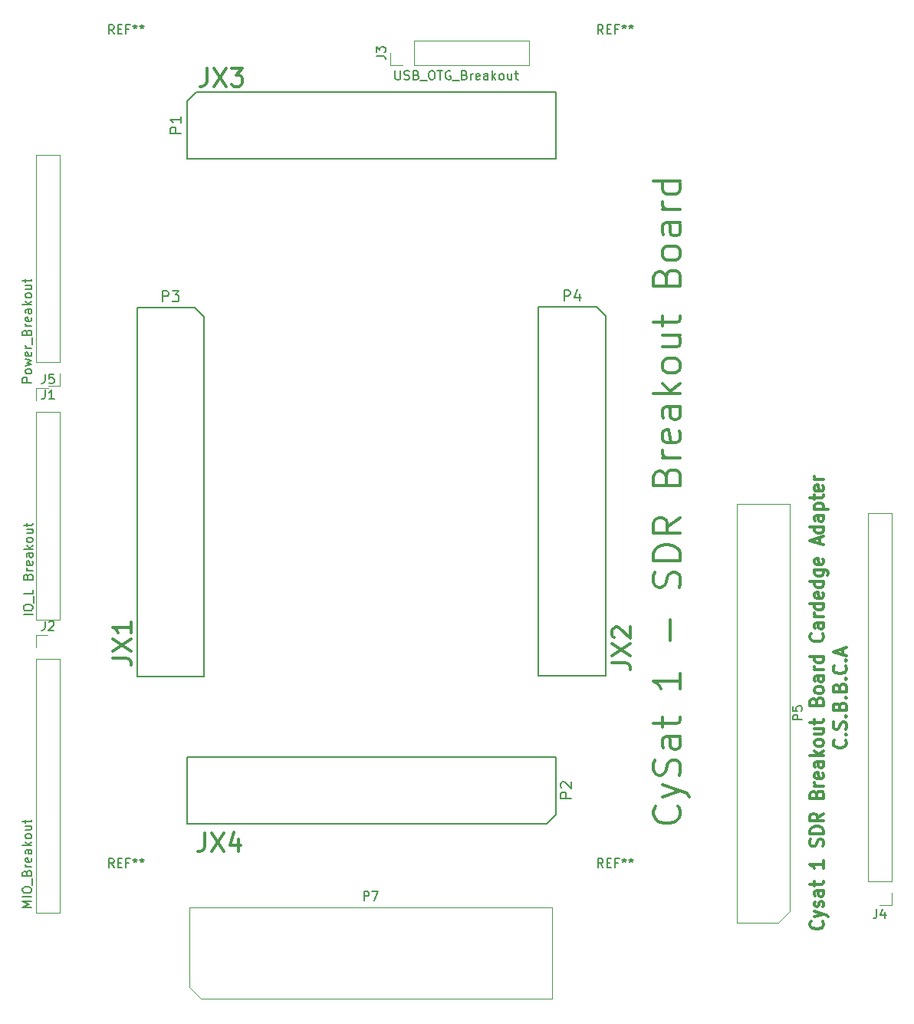
<source format=gbr>
G04 #@! TF.FileFunction,Legend,Top*
%FSLAX46Y46*%
G04 Gerber Fmt 4.6, Leading zero omitted, Abs format (unit mm)*
G04 Created by KiCad (PCBNEW 4.0.7) date Thu Jul 26 17:03:26 2018*
%MOMM*%
%LPD*%
G01*
G04 APERTURE LIST*
%ADD10C,0.100000*%
%ADD11C,0.300000*%
%ADD12C,0.150000*%
%ADD13C,0.120000*%
G04 APERTURE END LIST*
D10*
D11*
X154487429Y-148831858D02*
X154630286Y-148974715D01*
X154773143Y-149403286D01*
X154773143Y-149689000D01*
X154630286Y-150117572D01*
X154344571Y-150403286D01*
X154058857Y-150546143D01*
X153487429Y-150689000D01*
X153058857Y-150689000D01*
X152487429Y-150546143D01*
X152201714Y-150403286D01*
X151916000Y-150117572D01*
X151773143Y-149689000D01*
X151773143Y-149403286D01*
X151916000Y-148974715D01*
X152058857Y-148831858D01*
X152773143Y-147831858D02*
X154773143Y-147117572D01*
X152773143Y-146403286D02*
X154773143Y-147117572D01*
X155487429Y-147403286D01*
X155630286Y-147546143D01*
X155773143Y-147831858D01*
X154630286Y-145403286D02*
X154773143Y-144974715D01*
X154773143Y-144260429D01*
X154630286Y-143974715D01*
X154487429Y-143831858D01*
X154201714Y-143689001D01*
X153916000Y-143689001D01*
X153630286Y-143831858D01*
X153487429Y-143974715D01*
X153344571Y-144260429D01*
X153201714Y-144831858D01*
X153058857Y-145117572D01*
X152916000Y-145260429D01*
X152630286Y-145403286D01*
X152344571Y-145403286D01*
X152058857Y-145260429D01*
X151916000Y-145117572D01*
X151773143Y-144831858D01*
X151773143Y-144117572D01*
X151916000Y-143689001D01*
X154773143Y-141117572D02*
X153201714Y-141117572D01*
X152916000Y-141260429D01*
X152773143Y-141546143D01*
X152773143Y-142117572D01*
X152916000Y-142403286D01*
X154630286Y-141117572D02*
X154773143Y-141403286D01*
X154773143Y-142117572D01*
X154630286Y-142403286D01*
X154344571Y-142546143D01*
X154058857Y-142546143D01*
X153773143Y-142403286D01*
X153630286Y-142117572D01*
X153630286Y-141403286D01*
X153487429Y-141117572D01*
X152773143Y-140117572D02*
X152773143Y-138974715D01*
X151773143Y-139689000D02*
X154344571Y-139689000D01*
X154630286Y-139546143D01*
X154773143Y-139260429D01*
X154773143Y-138974715D01*
X154773143Y-134117572D02*
X154773143Y-135831857D01*
X154773143Y-134974715D02*
X151773143Y-134974715D01*
X152201714Y-135260429D01*
X152487429Y-135546143D01*
X152630286Y-135831857D01*
X153630286Y-130546143D02*
X153630286Y-128260429D01*
X154630286Y-124689000D02*
X154773143Y-124260429D01*
X154773143Y-123546143D01*
X154630286Y-123260429D01*
X154487429Y-123117572D01*
X154201714Y-122974715D01*
X153916000Y-122974715D01*
X153630286Y-123117572D01*
X153487429Y-123260429D01*
X153344571Y-123546143D01*
X153201714Y-124117572D01*
X153058857Y-124403286D01*
X152916000Y-124546143D01*
X152630286Y-124689000D01*
X152344571Y-124689000D01*
X152058857Y-124546143D01*
X151916000Y-124403286D01*
X151773143Y-124117572D01*
X151773143Y-123403286D01*
X151916000Y-122974715D01*
X154773143Y-121689000D02*
X151773143Y-121689000D01*
X151773143Y-120974715D01*
X151916000Y-120546143D01*
X152201714Y-120260429D01*
X152487429Y-120117572D01*
X153058857Y-119974715D01*
X153487429Y-119974715D01*
X154058857Y-120117572D01*
X154344571Y-120260429D01*
X154630286Y-120546143D01*
X154773143Y-120974715D01*
X154773143Y-121689000D01*
X154773143Y-116974715D02*
X153344571Y-117974715D01*
X154773143Y-118689000D02*
X151773143Y-118689000D01*
X151773143Y-117546143D01*
X151916000Y-117260429D01*
X152058857Y-117117572D01*
X152344571Y-116974715D01*
X152773143Y-116974715D01*
X153058857Y-117117572D01*
X153201714Y-117260429D01*
X153344571Y-117546143D01*
X153344571Y-118689000D01*
X153201714Y-112403286D02*
X153344571Y-111974715D01*
X153487429Y-111831858D01*
X153773143Y-111689001D01*
X154201714Y-111689001D01*
X154487429Y-111831858D01*
X154630286Y-111974715D01*
X154773143Y-112260429D01*
X154773143Y-113403286D01*
X151773143Y-113403286D01*
X151773143Y-112403286D01*
X151916000Y-112117572D01*
X152058857Y-111974715D01*
X152344571Y-111831858D01*
X152630286Y-111831858D01*
X152916000Y-111974715D01*
X153058857Y-112117572D01*
X153201714Y-112403286D01*
X153201714Y-113403286D01*
X154773143Y-110403286D02*
X152773143Y-110403286D01*
X153344571Y-110403286D02*
X153058857Y-110260429D01*
X152916000Y-110117572D01*
X152773143Y-109831858D01*
X152773143Y-109546143D01*
X154630286Y-107403286D02*
X154773143Y-107689000D01*
X154773143Y-108260429D01*
X154630286Y-108546143D01*
X154344571Y-108689000D01*
X153201714Y-108689000D01*
X152916000Y-108546143D01*
X152773143Y-108260429D01*
X152773143Y-107689000D01*
X152916000Y-107403286D01*
X153201714Y-107260429D01*
X153487429Y-107260429D01*
X153773143Y-108689000D01*
X154773143Y-104689000D02*
X153201714Y-104689000D01*
X152916000Y-104831857D01*
X152773143Y-105117571D01*
X152773143Y-105689000D01*
X152916000Y-105974714D01*
X154630286Y-104689000D02*
X154773143Y-104974714D01*
X154773143Y-105689000D01*
X154630286Y-105974714D01*
X154344571Y-106117571D01*
X154058857Y-106117571D01*
X153773143Y-105974714D01*
X153630286Y-105689000D01*
X153630286Y-104974714D01*
X153487429Y-104689000D01*
X154773143Y-103260428D02*
X151773143Y-103260428D01*
X153630286Y-102974714D02*
X154773143Y-102117571D01*
X152773143Y-102117571D02*
X153916000Y-103260428D01*
X154773143Y-100403286D02*
X154630286Y-100689000D01*
X154487429Y-100831857D01*
X154201714Y-100974714D01*
X153344571Y-100974714D01*
X153058857Y-100831857D01*
X152916000Y-100689000D01*
X152773143Y-100403286D01*
X152773143Y-99974714D01*
X152916000Y-99689000D01*
X153058857Y-99546143D01*
X153344571Y-99403286D01*
X154201714Y-99403286D01*
X154487429Y-99546143D01*
X154630286Y-99689000D01*
X154773143Y-99974714D01*
X154773143Y-100403286D01*
X152773143Y-96831857D02*
X154773143Y-96831857D01*
X152773143Y-98117571D02*
X154344571Y-98117571D01*
X154630286Y-97974714D01*
X154773143Y-97689000D01*
X154773143Y-97260428D01*
X154630286Y-96974714D01*
X154487429Y-96831857D01*
X152773143Y-95831857D02*
X152773143Y-94689000D01*
X151773143Y-95403285D02*
X154344571Y-95403285D01*
X154630286Y-95260428D01*
X154773143Y-94974714D01*
X154773143Y-94689000D01*
X153201714Y-90403285D02*
X153344571Y-89974714D01*
X153487429Y-89831857D01*
X153773143Y-89689000D01*
X154201714Y-89689000D01*
X154487429Y-89831857D01*
X154630286Y-89974714D01*
X154773143Y-90260428D01*
X154773143Y-91403285D01*
X151773143Y-91403285D01*
X151773143Y-90403285D01*
X151916000Y-90117571D01*
X152058857Y-89974714D01*
X152344571Y-89831857D01*
X152630286Y-89831857D01*
X152916000Y-89974714D01*
X153058857Y-90117571D01*
X153201714Y-90403285D01*
X153201714Y-91403285D01*
X154773143Y-87974714D02*
X154630286Y-88260428D01*
X154487429Y-88403285D01*
X154201714Y-88546142D01*
X153344571Y-88546142D01*
X153058857Y-88403285D01*
X152916000Y-88260428D01*
X152773143Y-87974714D01*
X152773143Y-87546142D01*
X152916000Y-87260428D01*
X153058857Y-87117571D01*
X153344571Y-86974714D01*
X154201714Y-86974714D01*
X154487429Y-87117571D01*
X154630286Y-87260428D01*
X154773143Y-87546142D01*
X154773143Y-87974714D01*
X154773143Y-84403285D02*
X153201714Y-84403285D01*
X152916000Y-84546142D01*
X152773143Y-84831856D01*
X152773143Y-85403285D01*
X152916000Y-85688999D01*
X154630286Y-84403285D02*
X154773143Y-84688999D01*
X154773143Y-85403285D01*
X154630286Y-85688999D01*
X154344571Y-85831856D01*
X154058857Y-85831856D01*
X153773143Y-85688999D01*
X153630286Y-85403285D01*
X153630286Y-84688999D01*
X153487429Y-84403285D01*
X154773143Y-82974713D02*
X152773143Y-82974713D01*
X153344571Y-82974713D02*
X153058857Y-82831856D01*
X152916000Y-82688999D01*
X152773143Y-82403285D01*
X152773143Y-82117570D01*
X154773143Y-79831856D02*
X151773143Y-79831856D01*
X154630286Y-79831856D02*
X154773143Y-80117570D01*
X154773143Y-80688999D01*
X154630286Y-80974713D01*
X154487429Y-81117570D01*
X154201714Y-81260427D01*
X153344571Y-81260427D01*
X153058857Y-81117570D01*
X152916000Y-80974713D01*
X152773143Y-80688999D01*
X152773143Y-80117570D01*
X152916000Y-79831856D01*
X102520952Y-67357762D02*
X102520952Y-68786333D01*
X102425714Y-69072048D01*
X102235238Y-69262524D01*
X101949523Y-69357762D01*
X101759047Y-69357762D01*
X103282857Y-67357762D02*
X104616191Y-69357762D01*
X104616191Y-67357762D02*
X103282857Y-69357762D01*
X105187619Y-67357762D02*
X106425715Y-67357762D01*
X105759048Y-68119667D01*
X106044762Y-68119667D01*
X106235238Y-68214905D01*
X106330476Y-68310143D01*
X106425715Y-68500619D01*
X106425715Y-68976810D01*
X106330476Y-69167286D01*
X106235238Y-69262524D01*
X106044762Y-69357762D01*
X105473334Y-69357762D01*
X105282857Y-69262524D01*
X105187619Y-69167286D01*
X102266952Y-151812762D02*
X102266952Y-153241333D01*
X102171714Y-153527048D01*
X101981238Y-153717524D01*
X101695523Y-153812762D01*
X101505047Y-153812762D01*
X103028857Y-151812762D02*
X104362191Y-153812762D01*
X104362191Y-151812762D02*
X103028857Y-153812762D01*
X105981238Y-152479429D02*
X105981238Y-153812762D01*
X105505048Y-151717524D02*
X105028857Y-153146095D01*
X106266953Y-153146095D01*
X147240762Y-132937048D02*
X148669333Y-132937048D01*
X148955048Y-133032286D01*
X149145524Y-133222762D01*
X149240762Y-133508477D01*
X149240762Y-133698953D01*
X147240762Y-132175143D02*
X149240762Y-130841809D01*
X147240762Y-130841809D02*
X149240762Y-132175143D01*
X147431238Y-130175143D02*
X147336000Y-130079905D01*
X147240762Y-129889428D01*
X147240762Y-129413238D01*
X147336000Y-129222762D01*
X147431238Y-129127524D01*
X147621714Y-129032285D01*
X147812190Y-129032285D01*
X148097905Y-129127524D01*
X149240762Y-130270381D01*
X149240762Y-129032285D01*
X92122762Y-132429048D02*
X93551333Y-132429048D01*
X93837048Y-132524286D01*
X94027524Y-132714762D01*
X94122762Y-133000477D01*
X94122762Y-133190953D01*
X92122762Y-131667143D02*
X94122762Y-130333809D01*
X92122762Y-130333809D02*
X94122762Y-131667143D01*
X94122762Y-128524285D02*
X94122762Y-129667143D01*
X94122762Y-129095714D02*
X92122762Y-129095714D01*
X92408476Y-129286190D01*
X92598952Y-129476666D01*
X92694190Y-129667143D01*
X170456714Y-161506004D02*
X170528143Y-161572670D01*
X170599571Y-161772670D01*
X170599571Y-161906004D01*
X170528143Y-162106004D01*
X170385286Y-162239337D01*
X170242429Y-162306004D01*
X169956714Y-162372670D01*
X169742429Y-162372670D01*
X169456714Y-162306004D01*
X169313857Y-162239337D01*
X169171000Y-162106004D01*
X169099571Y-161906004D01*
X169099571Y-161772670D01*
X169171000Y-161572670D01*
X169242429Y-161506004D01*
X169599571Y-161039337D02*
X170599571Y-160706004D01*
X169599571Y-160372670D02*
X170599571Y-160706004D01*
X170956714Y-160839337D01*
X171028143Y-160906004D01*
X171099571Y-161039337D01*
X170528143Y-159906003D02*
X170599571Y-159772670D01*
X170599571Y-159506003D01*
X170528143Y-159372670D01*
X170385286Y-159306003D01*
X170313857Y-159306003D01*
X170171000Y-159372670D01*
X170099571Y-159506003D01*
X170099571Y-159706003D01*
X170028143Y-159839337D01*
X169885286Y-159906003D01*
X169813857Y-159906003D01*
X169671000Y-159839337D01*
X169599571Y-159706003D01*
X169599571Y-159506003D01*
X169671000Y-159372670D01*
X170599571Y-158106004D02*
X169813857Y-158106004D01*
X169671000Y-158172670D01*
X169599571Y-158306004D01*
X169599571Y-158572670D01*
X169671000Y-158706004D01*
X170528143Y-158106004D02*
X170599571Y-158239337D01*
X170599571Y-158572670D01*
X170528143Y-158706004D01*
X170385286Y-158772670D01*
X170242429Y-158772670D01*
X170099571Y-158706004D01*
X170028143Y-158572670D01*
X170028143Y-158239337D01*
X169956714Y-158106004D01*
X169599571Y-157639337D02*
X169599571Y-157106003D01*
X169099571Y-157439337D02*
X170385286Y-157439337D01*
X170528143Y-157372670D01*
X170599571Y-157239337D01*
X170599571Y-157106003D01*
X170599571Y-154839336D02*
X170599571Y-155639336D01*
X170599571Y-155239336D02*
X169099571Y-155239336D01*
X169313857Y-155372670D01*
X169456714Y-155506003D01*
X169528143Y-155639336D01*
X170528143Y-153239336D02*
X170599571Y-153039336D01*
X170599571Y-152706003D01*
X170528143Y-152572670D01*
X170456714Y-152506003D01*
X170313857Y-152439336D01*
X170171000Y-152439336D01*
X170028143Y-152506003D01*
X169956714Y-152572670D01*
X169885286Y-152706003D01*
X169813857Y-152972670D01*
X169742429Y-153106003D01*
X169671000Y-153172670D01*
X169528143Y-153239336D01*
X169385286Y-153239336D01*
X169242429Y-153172670D01*
X169171000Y-153106003D01*
X169099571Y-152972670D01*
X169099571Y-152639336D01*
X169171000Y-152439336D01*
X170599571Y-151839337D02*
X169099571Y-151839337D01*
X169099571Y-151506003D01*
X169171000Y-151306003D01*
X169313857Y-151172670D01*
X169456714Y-151106003D01*
X169742429Y-151039337D01*
X169956714Y-151039337D01*
X170242429Y-151106003D01*
X170385286Y-151172670D01*
X170528143Y-151306003D01*
X170599571Y-151506003D01*
X170599571Y-151839337D01*
X170599571Y-149639337D02*
X169885286Y-150106003D01*
X170599571Y-150439337D02*
X169099571Y-150439337D01*
X169099571Y-149906003D01*
X169171000Y-149772670D01*
X169242429Y-149706003D01*
X169385286Y-149639337D01*
X169599571Y-149639337D01*
X169742429Y-149706003D01*
X169813857Y-149772670D01*
X169885286Y-149906003D01*
X169885286Y-150439337D01*
X169813857Y-147506003D02*
X169885286Y-147306003D01*
X169956714Y-147239336D01*
X170099571Y-147172670D01*
X170313857Y-147172670D01*
X170456714Y-147239336D01*
X170528143Y-147306003D01*
X170599571Y-147439336D01*
X170599571Y-147972670D01*
X169099571Y-147972670D01*
X169099571Y-147506003D01*
X169171000Y-147372670D01*
X169242429Y-147306003D01*
X169385286Y-147239336D01*
X169528143Y-147239336D01*
X169671000Y-147306003D01*
X169742429Y-147372670D01*
X169813857Y-147506003D01*
X169813857Y-147972670D01*
X170599571Y-146572670D02*
X169599571Y-146572670D01*
X169885286Y-146572670D02*
X169742429Y-146506003D01*
X169671000Y-146439336D01*
X169599571Y-146306003D01*
X169599571Y-146172670D01*
X170528143Y-145172669D02*
X170599571Y-145306003D01*
X170599571Y-145572669D01*
X170528143Y-145706003D01*
X170385286Y-145772669D01*
X169813857Y-145772669D01*
X169671000Y-145706003D01*
X169599571Y-145572669D01*
X169599571Y-145306003D01*
X169671000Y-145172669D01*
X169813857Y-145106003D01*
X169956714Y-145106003D01*
X170099571Y-145772669D01*
X170599571Y-143906003D02*
X169813857Y-143906003D01*
X169671000Y-143972669D01*
X169599571Y-144106003D01*
X169599571Y-144372669D01*
X169671000Y-144506003D01*
X170528143Y-143906003D02*
X170599571Y-144039336D01*
X170599571Y-144372669D01*
X170528143Y-144506003D01*
X170385286Y-144572669D01*
X170242429Y-144572669D01*
X170099571Y-144506003D01*
X170028143Y-144372669D01*
X170028143Y-144039336D01*
X169956714Y-143906003D01*
X170599571Y-143239336D02*
X169099571Y-143239336D01*
X170028143Y-143106002D02*
X170599571Y-142706002D01*
X169599571Y-142706002D02*
X170171000Y-143239336D01*
X170599571Y-141906003D02*
X170528143Y-142039336D01*
X170456714Y-142106003D01*
X170313857Y-142172669D01*
X169885286Y-142172669D01*
X169742429Y-142106003D01*
X169671000Y-142039336D01*
X169599571Y-141906003D01*
X169599571Y-141706003D01*
X169671000Y-141572669D01*
X169742429Y-141506003D01*
X169885286Y-141439336D01*
X170313857Y-141439336D01*
X170456714Y-141506003D01*
X170528143Y-141572669D01*
X170599571Y-141706003D01*
X170599571Y-141906003D01*
X169599571Y-140239336D02*
X170599571Y-140239336D01*
X169599571Y-140839336D02*
X170385286Y-140839336D01*
X170528143Y-140772669D01*
X170599571Y-140639336D01*
X170599571Y-140439336D01*
X170528143Y-140306002D01*
X170456714Y-140239336D01*
X169599571Y-139772669D02*
X169599571Y-139239335D01*
X169099571Y-139572669D02*
X170385286Y-139572669D01*
X170528143Y-139506002D01*
X170599571Y-139372669D01*
X170599571Y-139239335D01*
X169813857Y-137239335D02*
X169885286Y-137039335D01*
X169956714Y-136972668D01*
X170099571Y-136906002D01*
X170313857Y-136906002D01*
X170456714Y-136972668D01*
X170528143Y-137039335D01*
X170599571Y-137172668D01*
X170599571Y-137706002D01*
X169099571Y-137706002D01*
X169099571Y-137239335D01*
X169171000Y-137106002D01*
X169242429Y-137039335D01*
X169385286Y-136972668D01*
X169528143Y-136972668D01*
X169671000Y-137039335D01*
X169742429Y-137106002D01*
X169813857Y-137239335D01*
X169813857Y-137706002D01*
X170599571Y-136106002D02*
X170528143Y-136239335D01*
X170456714Y-136306002D01*
X170313857Y-136372668D01*
X169885286Y-136372668D01*
X169742429Y-136306002D01*
X169671000Y-136239335D01*
X169599571Y-136106002D01*
X169599571Y-135906002D01*
X169671000Y-135772668D01*
X169742429Y-135706002D01*
X169885286Y-135639335D01*
X170313857Y-135639335D01*
X170456714Y-135706002D01*
X170528143Y-135772668D01*
X170599571Y-135906002D01*
X170599571Y-136106002D01*
X170599571Y-134439335D02*
X169813857Y-134439335D01*
X169671000Y-134506001D01*
X169599571Y-134639335D01*
X169599571Y-134906001D01*
X169671000Y-135039335D01*
X170528143Y-134439335D02*
X170599571Y-134572668D01*
X170599571Y-134906001D01*
X170528143Y-135039335D01*
X170385286Y-135106001D01*
X170242429Y-135106001D01*
X170099571Y-135039335D01*
X170028143Y-134906001D01*
X170028143Y-134572668D01*
X169956714Y-134439335D01*
X170599571Y-133772668D02*
X169599571Y-133772668D01*
X169885286Y-133772668D02*
X169742429Y-133706001D01*
X169671000Y-133639334D01*
X169599571Y-133506001D01*
X169599571Y-133372668D01*
X170599571Y-132306001D02*
X169099571Y-132306001D01*
X170528143Y-132306001D02*
X170599571Y-132439334D01*
X170599571Y-132706001D01*
X170528143Y-132839334D01*
X170456714Y-132906001D01*
X170313857Y-132972667D01*
X169885286Y-132972667D01*
X169742429Y-132906001D01*
X169671000Y-132839334D01*
X169599571Y-132706001D01*
X169599571Y-132439334D01*
X169671000Y-132306001D01*
X170456714Y-129772667D02*
X170528143Y-129839333D01*
X170599571Y-130039333D01*
X170599571Y-130172667D01*
X170528143Y-130372667D01*
X170385286Y-130506000D01*
X170242429Y-130572667D01*
X169956714Y-130639333D01*
X169742429Y-130639333D01*
X169456714Y-130572667D01*
X169313857Y-130506000D01*
X169171000Y-130372667D01*
X169099571Y-130172667D01*
X169099571Y-130039333D01*
X169171000Y-129839333D01*
X169242429Y-129772667D01*
X170599571Y-128572667D02*
X169813857Y-128572667D01*
X169671000Y-128639333D01*
X169599571Y-128772667D01*
X169599571Y-129039333D01*
X169671000Y-129172667D01*
X170528143Y-128572667D02*
X170599571Y-128706000D01*
X170599571Y-129039333D01*
X170528143Y-129172667D01*
X170385286Y-129239333D01*
X170242429Y-129239333D01*
X170099571Y-129172667D01*
X170028143Y-129039333D01*
X170028143Y-128706000D01*
X169956714Y-128572667D01*
X170599571Y-127906000D02*
X169599571Y-127906000D01*
X169885286Y-127906000D02*
X169742429Y-127839333D01*
X169671000Y-127772666D01*
X169599571Y-127639333D01*
X169599571Y-127506000D01*
X170599571Y-126439333D02*
X169099571Y-126439333D01*
X170528143Y-126439333D02*
X170599571Y-126572666D01*
X170599571Y-126839333D01*
X170528143Y-126972666D01*
X170456714Y-127039333D01*
X170313857Y-127105999D01*
X169885286Y-127105999D01*
X169742429Y-127039333D01*
X169671000Y-126972666D01*
X169599571Y-126839333D01*
X169599571Y-126572666D01*
X169671000Y-126439333D01*
X170528143Y-125239332D02*
X170599571Y-125372666D01*
X170599571Y-125639332D01*
X170528143Y-125772666D01*
X170385286Y-125839332D01*
X169813857Y-125839332D01*
X169671000Y-125772666D01*
X169599571Y-125639332D01*
X169599571Y-125372666D01*
X169671000Y-125239332D01*
X169813857Y-125172666D01*
X169956714Y-125172666D01*
X170099571Y-125839332D01*
X170599571Y-123972666D02*
X169099571Y-123972666D01*
X170528143Y-123972666D02*
X170599571Y-124105999D01*
X170599571Y-124372666D01*
X170528143Y-124505999D01*
X170456714Y-124572666D01*
X170313857Y-124639332D01*
X169885286Y-124639332D01*
X169742429Y-124572666D01*
X169671000Y-124505999D01*
X169599571Y-124372666D01*
X169599571Y-124105999D01*
X169671000Y-123972666D01*
X169599571Y-122705999D02*
X170813857Y-122705999D01*
X170956714Y-122772665D01*
X171028143Y-122839332D01*
X171099571Y-122972665D01*
X171099571Y-123172665D01*
X171028143Y-123305999D01*
X170528143Y-122705999D02*
X170599571Y-122839332D01*
X170599571Y-123105999D01*
X170528143Y-123239332D01*
X170456714Y-123305999D01*
X170313857Y-123372665D01*
X169885286Y-123372665D01*
X169742429Y-123305999D01*
X169671000Y-123239332D01*
X169599571Y-123105999D01*
X169599571Y-122839332D01*
X169671000Y-122705999D01*
X170528143Y-121505998D02*
X170599571Y-121639332D01*
X170599571Y-121905998D01*
X170528143Y-122039332D01*
X170385286Y-122105998D01*
X169813857Y-122105998D01*
X169671000Y-122039332D01*
X169599571Y-121905998D01*
X169599571Y-121639332D01*
X169671000Y-121505998D01*
X169813857Y-121439332D01*
X169956714Y-121439332D01*
X170099571Y-122105998D01*
X170171000Y-119839331D02*
X170171000Y-119172665D01*
X170599571Y-119972665D02*
X169099571Y-119505998D01*
X170599571Y-119039331D01*
X170599571Y-117972665D02*
X169099571Y-117972665D01*
X170528143Y-117972665D02*
X170599571Y-118105998D01*
X170599571Y-118372665D01*
X170528143Y-118505998D01*
X170456714Y-118572665D01*
X170313857Y-118639331D01*
X169885286Y-118639331D01*
X169742429Y-118572665D01*
X169671000Y-118505998D01*
X169599571Y-118372665D01*
X169599571Y-118105998D01*
X169671000Y-117972665D01*
X170599571Y-116705998D02*
X169813857Y-116705998D01*
X169671000Y-116772664D01*
X169599571Y-116905998D01*
X169599571Y-117172664D01*
X169671000Y-117305998D01*
X170528143Y-116705998D02*
X170599571Y-116839331D01*
X170599571Y-117172664D01*
X170528143Y-117305998D01*
X170385286Y-117372664D01*
X170242429Y-117372664D01*
X170099571Y-117305998D01*
X170028143Y-117172664D01*
X170028143Y-116839331D01*
X169956714Y-116705998D01*
X169599571Y-116039331D02*
X171099571Y-116039331D01*
X169671000Y-116039331D02*
X169599571Y-115905997D01*
X169599571Y-115639331D01*
X169671000Y-115505997D01*
X169742429Y-115439331D01*
X169885286Y-115372664D01*
X170313857Y-115372664D01*
X170456714Y-115439331D01*
X170528143Y-115505997D01*
X170599571Y-115639331D01*
X170599571Y-115905997D01*
X170528143Y-116039331D01*
X169599571Y-114972664D02*
X169599571Y-114439330D01*
X169099571Y-114772664D02*
X170385286Y-114772664D01*
X170528143Y-114705997D01*
X170599571Y-114572664D01*
X170599571Y-114439330D01*
X170528143Y-113439330D02*
X170599571Y-113572664D01*
X170599571Y-113839330D01*
X170528143Y-113972664D01*
X170385286Y-114039330D01*
X169813857Y-114039330D01*
X169671000Y-113972664D01*
X169599571Y-113839330D01*
X169599571Y-113572664D01*
X169671000Y-113439330D01*
X169813857Y-113372664D01*
X169956714Y-113372664D01*
X170099571Y-114039330D01*
X170599571Y-112772664D02*
X169599571Y-112772664D01*
X169885286Y-112772664D02*
X169742429Y-112705997D01*
X169671000Y-112639330D01*
X169599571Y-112505997D01*
X169599571Y-112372664D01*
X173006714Y-141506001D02*
X173078143Y-141572667D01*
X173149571Y-141772667D01*
X173149571Y-141906001D01*
X173078143Y-142106001D01*
X172935286Y-142239334D01*
X172792429Y-142306001D01*
X172506714Y-142372667D01*
X172292429Y-142372667D01*
X172006714Y-142306001D01*
X171863857Y-142239334D01*
X171721000Y-142106001D01*
X171649571Y-141906001D01*
X171649571Y-141772667D01*
X171721000Y-141572667D01*
X171792429Y-141506001D01*
X173006714Y-140906001D02*
X173078143Y-140839334D01*
X173149571Y-140906001D01*
X173078143Y-140972667D01*
X173006714Y-140906001D01*
X173149571Y-140906001D01*
X173078143Y-140306000D02*
X173149571Y-140106000D01*
X173149571Y-139772667D01*
X173078143Y-139639334D01*
X173006714Y-139572667D01*
X172863857Y-139506000D01*
X172721000Y-139506000D01*
X172578143Y-139572667D01*
X172506714Y-139639334D01*
X172435286Y-139772667D01*
X172363857Y-140039334D01*
X172292429Y-140172667D01*
X172221000Y-140239334D01*
X172078143Y-140306000D01*
X171935286Y-140306000D01*
X171792429Y-140239334D01*
X171721000Y-140172667D01*
X171649571Y-140039334D01*
X171649571Y-139706000D01*
X171721000Y-139506000D01*
X173006714Y-138906001D02*
X173078143Y-138839334D01*
X173149571Y-138906001D01*
X173078143Y-138972667D01*
X173006714Y-138906001D01*
X173149571Y-138906001D01*
X172363857Y-137772667D02*
X172435286Y-137572667D01*
X172506714Y-137506000D01*
X172649571Y-137439334D01*
X172863857Y-137439334D01*
X173006714Y-137506000D01*
X173078143Y-137572667D01*
X173149571Y-137706000D01*
X173149571Y-138239334D01*
X171649571Y-138239334D01*
X171649571Y-137772667D01*
X171721000Y-137639334D01*
X171792429Y-137572667D01*
X171935286Y-137506000D01*
X172078143Y-137506000D01*
X172221000Y-137572667D01*
X172292429Y-137639334D01*
X172363857Y-137772667D01*
X172363857Y-138239334D01*
X173006714Y-136839334D02*
X173078143Y-136772667D01*
X173149571Y-136839334D01*
X173078143Y-136906000D01*
X173006714Y-136839334D01*
X173149571Y-136839334D01*
X172363857Y-135706000D02*
X172435286Y-135506000D01*
X172506714Y-135439333D01*
X172649571Y-135372667D01*
X172863857Y-135372667D01*
X173006714Y-135439333D01*
X173078143Y-135506000D01*
X173149571Y-135639333D01*
X173149571Y-136172667D01*
X171649571Y-136172667D01*
X171649571Y-135706000D01*
X171721000Y-135572667D01*
X171792429Y-135506000D01*
X171935286Y-135439333D01*
X172078143Y-135439333D01*
X172221000Y-135506000D01*
X172292429Y-135572667D01*
X172363857Y-135706000D01*
X172363857Y-136172667D01*
X173006714Y-134772667D02*
X173078143Y-134706000D01*
X173149571Y-134772667D01*
X173078143Y-134839333D01*
X173006714Y-134772667D01*
X173149571Y-134772667D01*
X173006714Y-133306000D02*
X173078143Y-133372666D01*
X173149571Y-133572666D01*
X173149571Y-133706000D01*
X173078143Y-133906000D01*
X172935286Y-134039333D01*
X172792429Y-134106000D01*
X172506714Y-134172666D01*
X172292429Y-134172666D01*
X172006714Y-134106000D01*
X171863857Y-134039333D01*
X171721000Y-133906000D01*
X171649571Y-133706000D01*
X171649571Y-133572666D01*
X171721000Y-133372666D01*
X171792429Y-133306000D01*
X173006714Y-132706000D02*
X173078143Y-132639333D01*
X173149571Y-132706000D01*
X173078143Y-132772666D01*
X173006714Y-132706000D01*
X173149571Y-132706000D01*
X172721000Y-132105999D02*
X172721000Y-131439333D01*
X173149571Y-132239333D02*
X171649571Y-131772666D01*
X173149571Y-131305999D01*
D12*
X146524200Y-94696000D02*
X145524200Y-93696000D01*
X145524200Y-93696000D02*
X139124200Y-93696000D01*
X139124200Y-93696000D02*
X139124200Y-134396000D01*
X139124200Y-134396000D02*
X146524200Y-134396000D01*
X146524200Y-134396000D02*
X146524200Y-94696000D01*
X102175800Y-94772200D02*
X101175800Y-93772200D01*
X101175800Y-93772200D02*
X94775800Y-93772200D01*
X94775800Y-93772200D02*
X94775800Y-134472200D01*
X94775800Y-134472200D02*
X102175800Y-134472200D01*
X102175800Y-134472200D02*
X102175800Y-94772200D01*
X140000000Y-150766000D02*
X141000000Y-149766000D01*
X141000000Y-149766000D02*
X141000000Y-143366000D01*
X141000000Y-143366000D02*
X100300000Y-143366000D01*
X100300000Y-143366000D02*
X100300000Y-150766000D01*
X100300000Y-150766000D02*
X140000000Y-150766000D01*
X101300000Y-69960000D02*
X100300000Y-70960000D01*
X100300000Y-70960000D02*
X100300000Y-77360000D01*
X100300000Y-77360000D02*
X141000000Y-77360000D01*
X141000000Y-77360000D02*
X141000000Y-69960000D01*
X141000000Y-69960000D02*
X101300000Y-69960000D01*
D13*
X101803800Y-170100000D02*
X140613800Y-170100000D01*
X100533800Y-159990000D02*
X140613800Y-159990000D01*
X100533800Y-168830000D02*
X100533800Y-159990000D01*
X140613800Y-170100000D02*
X140613800Y-159990000D01*
X101803800Y-170100000D02*
X100533800Y-168830000D01*
X83607600Y-160537200D02*
X86267600Y-160537200D01*
X83607600Y-132537200D02*
X83607600Y-160537200D01*
X86267600Y-132537200D02*
X86267600Y-160537200D01*
X83607600Y-132537200D02*
X86267600Y-132537200D01*
X83607600Y-131267200D02*
X83607600Y-129937200D01*
X83607600Y-129937200D02*
X84937600Y-129937200D01*
X138109000Y-66989000D02*
X138109000Y-64329000D01*
X125349000Y-66989000D02*
X138109000Y-66989000D01*
X125349000Y-64329000D02*
X138109000Y-64329000D01*
X125349000Y-66989000D02*
X125349000Y-64329000D01*
X124079000Y-66989000D02*
X122749000Y-66989000D01*
X122749000Y-66989000D02*
X122749000Y-65659000D01*
X86293000Y-76902000D02*
X83633000Y-76902000D01*
X86293000Y-99822000D02*
X86293000Y-76902000D01*
X83633000Y-99822000D02*
X83633000Y-76902000D01*
X86293000Y-99822000D02*
X83633000Y-99822000D01*
X86293000Y-101092000D02*
X86293000Y-102422000D01*
X86293000Y-102422000D02*
X84963000Y-102422000D01*
X166851600Y-160381600D02*
X166851600Y-115411600D01*
X161011600Y-161651600D02*
X161011600Y-115411600D01*
X165581600Y-161651600D02*
X161011600Y-161651600D01*
X166851600Y-115411600D02*
X161011600Y-115411600D01*
X166851600Y-160381600D02*
X165581600Y-161651600D01*
X178114000Y-116424400D02*
X175454000Y-116424400D01*
X178114000Y-157124400D02*
X178114000Y-116424400D01*
X175454000Y-157124400D02*
X175454000Y-116424400D01*
X178114000Y-157124400D02*
X175454000Y-157124400D01*
X178114000Y-158394400D02*
X178114000Y-159724400D01*
X178114000Y-159724400D02*
X176784000Y-159724400D01*
X83633000Y-128203000D02*
X86293000Y-128203000D01*
X83633000Y-105283000D02*
X83633000Y-128203000D01*
X86293000Y-105283000D02*
X86293000Y-128203000D01*
X83633000Y-105283000D02*
X86293000Y-105283000D01*
X83633000Y-104013000D02*
X83633000Y-102683000D01*
X83633000Y-102683000D02*
X84963000Y-102683000D01*
D12*
X141938486Y-93038857D02*
X141938486Y-91838857D01*
X142395629Y-91838857D01*
X142509915Y-91896000D01*
X142567058Y-91953143D01*
X142624201Y-92067429D01*
X142624201Y-92238857D01*
X142567058Y-92353143D01*
X142509915Y-92410286D01*
X142395629Y-92467429D01*
X141938486Y-92467429D01*
X143652772Y-92238857D02*
X143652772Y-93038857D01*
X143367058Y-91781714D02*
X143081343Y-92638857D01*
X143824201Y-92638857D01*
X97590086Y-93115057D02*
X97590086Y-91915057D01*
X98047229Y-91915057D01*
X98161515Y-91972200D01*
X98218658Y-92029343D01*
X98275801Y-92143629D01*
X98275801Y-92315057D01*
X98218658Y-92429343D01*
X98161515Y-92486486D01*
X98047229Y-92543629D01*
X97590086Y-92543629D01*
X98675801Y-91915057D02*
X99418658Y-91915057D01*
X99018658Y-92372200D01*
X99190086Y-92372200D01*
X99304372Y-92429343D01*
X99361515Y-92486486D01*
X99418658Y-92600771D01*
X99418658Y-92886486D01*
X99361515Y-93000771D01*
X99304372Y-93057914D01*
X99190086Y-93115057D01*
X98847229Y-93115057D01*
X98732943Y-93057914D01*
X98675801Y-93000771D01*
X142742857Y-147951714D02*
X141542857Y-147951714D01*
X141542857Y-147494571D01*
X141600000Y-147380285D01*
X141657143Y-147323142D01*
X141771429Y-147265999D01*
X141942857Y-147265999D01*
X142057143Y-147323142D01*
X142114286Y-147380285D01*
X142171429Y-147494571D01*
X142171429Y-147951714D01*
X141657143Y-146808857D02*
X141600000Y-146751714D01*
X141542857Y-146637428D01*
X141542857Y-146351714D01*
X141600000Y-146237428D01*
X141657143Y-146180285D01*
X141771429Y-146123142D01*
X141885714Y-146123142D01*
X142057143Y-146180285D01*
X142742857Y-146865999D01*
X142742857Y-146123142D01*
X99642857Y-74545714D02*
X98442857Y-74545714D01*
X98442857Y-74088571D01*
X98500000Y-73974285D01*
X98557143Y-73917142D01*
X98671429Y-73859999D01*
X98842857Y-73859999D01*
X98957143Y-73917142D01*
X99014286Y-73974285D01*
X99071429Y-74088571D01*
X99071429Y-74545714D01*
X99642857Y-72717142D02*
X99642857Y-73402857D01*
X99642857Y-73059999D02*
X98442857Y-73059999D01*
X98614286Y-73174285D01*
X98728571Y-73288571D01*
X98785714Y-73402857D01*
X119835705Y-159202381D02*
X119835705Y-158202381D01*
X120216658Y-158202381D01*
X120311896Y-158250000D01*
X120359515Y-158297619D01*
X120407134Y-158392857D01*
X120407134Y-158535714D01*
X120359515Y-158630952D01*
X120311896Y-158678571D01*
X120216658Y-158726190D01*
X119835705Y-158726190D01*
X120740467Y-158202381D02*
X121407134Y-158202381D01*
X120978562Y-159202381D01*
X92240267Y-63562381D02*
X91906933Y-63086190D01*
X91668838Y-63562381D02*
X91668838Y-62562381D01*
X92049791Y-62562381D01*
X92145029Y-62610000D01*
X92192648Y-62657619D01*
X92240267Y-62752857D01*
X92240267Y-62895714D01*
X92192648Y-62990952D01*
X92145029Y-63038571D01*
X92049791Y-63086190D01*
X91668838Y-63086190D01*
X92668838Y-63038571D02*
X93002172Y-63038571D01*
X93145029Y-63562381D02*
X92668838Y-63562381D01*
X92668838Y-62562381D01*
X93145029Y-62562381D01*
X93906934Y-63038571D02*
X93573600Y-63038571D01*
X93573600Y-63562381D02*
X93573600Y-62562381D01*
X94049791Y-62562381D01*
X94573600Y-62562381D02*
X94573600Y-62800476D01*
X94335505Y-62705238D02*
X94573600Y-62800476D01*
X94811696Y-62705238D01*
X94430743Y-62990952D02*
X94573600Y-62800476D01*
X94716458Y-62990952D01*
X95335505Y-62562381D02*
X95335505Y-62800476D01*
X95097410Y-62705238D02*
X95335505Y-62800476D01*
X95573601Y-62705238D01*
X95192648Y-62990952D02*
X95335505Y-62800476D01*
X95478363Y-62990952D01*
X146240667Y-63562381D02*
X145907333Y-63086190D01*
X145669238Y-63562381D02*
X145669238Y-62562381D01*
X146050191Y-62562381D01*
X146145429Y-62610000D01*
X146193048Y-62657619D01*
X146240667Y-62752857D01*
X146240667Y-62895714D01*
X146193048Y-62990952D01*
X146145429Y-63038571D01*
X146050191Y-63086190D01*
X145669238Y-63086190D01*
X146669238Y-63038571D02*
X147002572Y-63038571D01*
X147145429Y-63562381D02*
X146669238Y-63562381D01*
X146669238Y-62562381D01*
X147145429Y-62562381D01*
X147907334Y-63038571D02*
X147574000Y-63038571D01*
X147574000Y-63562381D02*
X147574000Y-62562381D01*
X148050191Y-62562381D01*
X148574000Y-62562381D02*
X148574000Y-62800476D01*
X148335905Y-62705238D02*
X148574000Y-62800476D01*
X148812096Y-62705238D01*
X148431143Y-62990952D02*
X148574000Y-62800476D01*
X148716858Y-62990952D01*
X149335905Y-62562381D02*
X149335905Y-62800476D01*
X149097810Y-62705238D02*
X149335905Y-62800476D01*
X149574001Y-62705238D01*
X149193048Y-62990952D02*
X149335905Y-62800476D01*
X149478763Y-62990952D01*
X92240267Y-155586781D02*
X91906933Y-155110590D01*
X91668838Y-155586781D02*
X91668838Y-154586781D01*
X92049791Y-154586781D01*
X92145029Y-154634400D01*
X92192648Y-154682019D01*
X92240267Y-154777257D01*
X92240267Y-154920114D01*
X92192648Y-155015352D01*
X92145029Y-155062971D01*
X92049791Y-155110590D01*
X91668838Y-155110590D01*
X92668838Y-155062971D02*
X93002172Y-155062971D01*
X93145029Y-155586781D02*
X92668838Y-155586781D01*
X92668838Y-154586781D01*
X93145029Y-154586781D01*
X93906934Y-155062971D02*
X93573600Y-155062971D01*
X93573600Y-155586781D02*
X93573600Y-154586781D01*
X94049791Y-154586781D01*
X94573600Y-154586781D02*
X94573600Y-154824876D01*
X94335505Y-154729638D02*
X94573600Y-154824876D01*
X94811696Y-154729638D01*
X94430743Y-155015352D02*
X94573600Y-154824876D01*
X94716458Y-155015352D01*
X95335505Y-154586781D02*
X95335505Y-154824876D01*
X95097410Y-154729638D02*
X95335505Y-154824876D01*
X95573601Y-154729638D01*
X95192648Y-155015352D02*
X95335505Y-154824876D01*
X95478363Y-155015352D01*
X146240667Y-155586781D02*
X145907333Y-155110590D01*
X145669238Y-155586781D02*
X145669238Y-154586781D01*
X146050191Y-154586781D01*
X146145429Y-154634400D01*
X146193048Y-154682019D01*
X146240667Y-154777257D01*
X146240667Y-154920114D01*
X146193048Y-155015352D01*
X146145429Y-155062971D01*
X146050191Y-155110590D01*
X145669238Y-155110590D01*
X146669238Y-155062971D02*
X147002572Y-155062971D01*
X147145429Y-155586781D02*
X146669238Y-155586781D01*
X146669238Y-154586781D01*
X147145429Y-154586781D01*
X147907334Y-155062971D02*
X147574000Y-155062971D01*
X147574000Y-155586781D02*
X147574000Y-154586781D01*
X148050191Y-154586781D01*
X148574000Y-154586781D02*
X148574000Y-154824876D01*
X148335905Y-154729638D02*
X148574000Y-154824876D01*
X148812096Y-154729638D01*
X148431143Y-155015352D02*
X148574000Y-154824876D01*
X148716858Y-155015352D01*
X149335905Y-154586781D02*
X149335905Y-154824876D01*
X149097810Y-154729638D02*
X149335905Y-154824876D01*
X149574001Y-154729638D01*
X149193048Y-155015352D02*
X149335905Y-154824876D01*
X149478763Y-155015352D01*
X84604267Y-128389581D02*
X84604267Y-129103867D01*
X84556647Y-129246724D01*
X84461409Y-129341962D01*
X84318552Y-129389581D01*
X84223314Y-129389581D01*
X85032838Y-128484819D02*
X85080457Y-128437200D01*
X85175695Y-128389581D01*
X85413791Y-128389581D01*
X85509029Y-128437200D01*
X85556648Y-128484819D01*
X85604267Y-128580057D01*
X85604267Y-128675295D01*
X85556648Y-128818152D01*
X84985219Y-129389581D01*
X85604267Y-129389581D01*
X83129381Y-159955905D02*
X82129381Y-159955905D01*
X82843667Y-159622571D01*
X82129381Y-159289238D01*
X83129381Y-159289238D01*
X83129381Y-158813048D02*
X82129381Y-158813048D01*
X82129381Y-158146382D02*
X82129381Y-157955905D01*
X82177000Y-157860667D01*
X82272238Y-157765429D01*
X82462714Y-157717810D01*
X82796048Y-157717810D01*
X82986524Y-157765429D01*
X83081762Y-157860667D01*
X83129381Y-157955905D01*
X83129381Y-158146382D01*
X83081762Y-158241620D01*
X82986524Y-158336858D01*
X82796048Y-158384477D01*
X82462714Y-158384477D01*
X82272238Y-158336858D01*
X82177000Y-158241620D01*
X82129381Y-158146382D01*
X83224619Y-157527334D02*
X83224619Y-156765429D01*
X82605571Y-156194000D02*
X82653190Y-156051143D01*
X82700810Y-156003524D01*
X82796048Y-155955905D01*
X82938905Y-155955905D01*
X83034143Y-156003524D01*
X83081762Y-156051143D01*
X83129381Y-156146381D01*
X83129381Y-156527334D01*
X82129381Y-156527334D01*
X82129381Y-156194000D01*
X82177000Y-156098762D01*
X82224619Y-156051143D01*
X82319857Y-156003524D01*
X82415095Y-156003524D01*
X82510333Y-156051143D01*
X82557952Y-156098762D01*
X82605571Y-156194000D01*
X82605571Y-156527334D01*
X83129381Y-155527334D02*
X82462714Y-155527334D01*
X82653190Y-155527334D02*
X82557952Y-155479715D01*
X82510333Y-155432096D01*
X82462714Y-155336858D01*
X82462714Y-155241619D01*
X83081762Y-154527333D02*
X83129381Y-154622571D01*
X83129381Y-154813048D01*
X83081762Y-154908286D01*
X82986524Y-154955905D01*
X82605571Y-154955905D01*
X82510333Y-154908286D01*
X82462714Y-154813048D01*
X82462714Y-154622571D01*
X82510333Y-154527333D01*
X82605571Y-154479714D01*
X82700810Y-154479714D01*
X82796048Y-154955905D01*
X83129381Y-153622571D02*
X82605571Y-153622571D01*
X82510333Y-153670190D01*
X82462714Y-153765428D01*
X82462714Y-153955905D01*
X82510333Y-154051143D01*
X83081762Y-153622571D02*
X83129381Y-153717809D01*
X83129381Y-153955905D01*
X83081762Y-154051143D01*
X82986524Y-154098762D01*
X82891286Y-154098762D01*
X82796048Y-154051143D01*
X82748429Y-153955905D01*
X82748429Y-153717809D01*
X82700810Y-153622571D01*
X83129381Y-153146381D02*
X82129381Y-153146381D01*
X82748429Y-153051143D02*
X83129381Y-152765428D01*
X82462714Y-152765428D02*
X82843667Y-153146381D01*
X83129381Y-152194000D02*
X83081762Y-152289238D01*
X83034143Y-152336857D01*
X82938905Y-152384476D01*
X82653190Y-152384476D01*
X82557952Y-152336857D01*
X82510333Y-152289238D01*
X82462714Y-152194000D01*
X82462714Y-152051142D01*
X82510333Y-151955904D01*
X82557952Y-151908285D01*
X82653190Y-151860666D01*
X82938905Y-151860666D01*
X83034143Y-151908285D01*
X83081762Y-151955904D01*
X83129381Y-152051142D01*
X83129381Y-152194000D01*
X82462714Y-151003523D02*
X83129381Y-151003523D01*
X82462714Y-151432095D02*
X82986524Y-151432095D01*
X83081762Y-151384476D01*
X83129381Y-151289238D01*
X83129381Y-151146380D01*
X83081762Y-151051142D01*
X83034143Y-151003523D01*
X82462714Y-150670190D02*
X82462714Y-150289238D01*
X82129381Y-150527333D02*
X82986524Y-150527333D01*
X83081762Y-150479714D01*
X83129381Y-150384476D01*
X83129381Y-150289238D01*
X121201381Y-65992333D02*
X121915667Y-65992333D01*
X122058524Y-66039953D01*
X122153762Y-66135191D01*
X122201381Y-66278048D01*
X122201381Y-66373286D01*
X121201381Y-65611381D02*
X121201381Y-64992333D01*
X121582333Y-65325667D01*
X121582333Y-65182809D01*
X121629952Y-65087571D01*
X121677571Y-65039952D01*
X121772810Y-64992333D01*
X122010905Y-64992333D01*
X122106143Y-65039952D01*
X122153762Y-65087571D01*
X122201381Y-65182809D01*
X122201381Y-65468524D01*
X122153762Y-65563762D01*
X122106143Y-65611381D01*
X123282913Y-67625981D02*
X123282913Y-68435505D01*
X123330532Y-68530743D01*
X123378151Y-68578362D01*
X123473389Y-68625981D01*
X123663866Y-68625981D01*
X123759104Y-68578362D01*
X123806723Y-68530743D01*
X123854342Y-68435505D01*
X123854342Y-67625981D01*
X124282913Y-68578362D02*
X124425770Y-68625981D01*
X124663866Y-68625981D01*
X124759104Y-68578362D01*
X124806723Y-68530743D01*
X124854342Y-68435505D01*
X124854342Y-68340267D01*
X124806723Y-68245029D01*
X124759104Y-68197410D01*
X124663866Y-68149790D01*
X124473389Y-68102171D01*
X124378151Y-68054552D01*
X124330532Y-68006933D01*
X124282913Y-67911695D01*
X124282913Y-67816457D01*
X124330532Y-67721219D01*
X124378151Y-67673600D01*
X124473389Y-67625981D01*
X124711485Y-67625981D01*
X124854342Y-67673600D01*
X125616247Y-68102171D02*
X125759104Y-68149790D01*
X125806723Y-68197410D01*
X125854342Y-68292648D01*
X125854342Y-68435505D01*
X125806723Y-68530743D01*
X125759104Y-68578362D01*
X125663866Y-68625981D01*
X125282913Y-68625981D01*
X125282913Y-67625981D01*
X125616247Y-67625981D01*
X125711485Y-67673600D01*
X125759104Y-67721219D01*
X125806723Y-67816457D01*
X125806723Y-67911695D01*
X125759104Y-68006933D01*
X125711485Y-68054552D01*
X125616247Y-68102171D01*
X125282913Y-68102171D01*
X126044818Y-68721219D02*
X126806723Y-68721219D01*
X127235294Y-67625981D02*
X127425771Y-67625981D01*
X127521009Y-67673600D01*
X127616247Y-67768838D01*
X127663866Y-67959314D01*
X127663866Y-68292648D01*
X127616247Y-68483124D01*
X127521009Y-68578362D01*
X127425771Y-68625981D01*
X127235294Y-68625981D01*
X127140056Y-68578362D01*
X127044818Y-68483124D01*
X126997199Y-68292648D01*
X126997199Y-67959314D01*
X127044818Y-67768838D01*
X127140056Y-67673600D01*
X127235294Y-67625981D01*
X127949580Y-67625981D02*
X128521009Y-67625981D01*
X128235294Y-68625981D02*
X128235294Y-67625981D01*
X129378152Y-67673600D02*
X129282914Y-67625981D01*
X129140057Y-67625981D01*
X128997199Y-67673600D01*
X128901961Y-67768838D01*
X128854342Y-67864076D01*
X128806723Y-68054552D01*
X128806723Y-68197410D01*
X128854342Y-68387886D01*
X128901961Y-68483124D01*
X128997199Y-68578362D01*
X129140057Y-68625981D01*
X129235295Y-68625981D01*
X129378152Y-68578362D01*
X129425771Y-68530743D01*
X129425771Y-68197410D01*
X129235295Y-68197410D01*
X129616247Y-68721219D02*
X130378152Y-68721219D01*
X130949581Y-68102171D02*
X131092438Y-68149790D01*
X131140057Y-68197410D01*
X131187676Y-68292648D01*
X131187676Y-68435505D01*
X131140057Y-68530743D01*
X131092438Y-68578362D01*
X130997200Y-68625981D01*
X130616247Y-68625981D01*
X130616247Y-67625981D01*
X130949581Y-67625981D01*
X131044819Y-67673600D01*
X131092438Y-67721219D01*
X131140057Y-67816457D01*
X131140057Y-67911695D01*
X131092438Y-68006933D01*
X131044819Y-68054552D01*
X130949581Y-68102171D01*
X130616247Y-68102171D01*
X131616247Y-68625981D02*
X131616247Y-67959314D01*
X131616247Y-68149790D02*
X131663866Y-68054552D01*
X131711485Y-68006933D01*
X131806723Y-67959314D01*
X131901962Y-67959314D01*
X132616248Y-68578362D02*
X132521010Y-68625981D01*
X132330533Y-68625981D01*
X132235295Y-68578362D01*
X132187676Y-68483124D01*
X132187676Y-68102171D01*
X132235295Y-68006933D01*
X132330533Y-67959314D01*
X132521010Y-67959314D01*
X132616248Y-68006933D01*
X132663867Y-68102171D01*
X132663867Y-68197410D01*
X132187676Y-68292648D01*
X133521010Y-68625981D02*
X133521010Y-68102171D01*
X133473391Y-68006933D01*
X133378153Y-67959314D01*
X133187676Y-67959314D01*
X133092438Y-68006933D01*
X133521010Y-68578362D02*
X133425772Y-68625981D01*
X133187676Y-68625981D01*
X133092438Y-68578362D01*
X133044819Y-68483124D01*
X133044819Y-68387886D01*
X133092438Y-68292648D01*
X133187676Y-68245029D01*
X133425772Y-68245029D01*
X133521010Y-68197410D01*
X133997200Y-68625981D02*
X133997200Y-67625981D01*
X134092438Y-68245029D02*
X134378153Y-68625981D01*
X134378153Y-67959314D02*
X133997200Y-68340267D01*
X134949581Y-68625981D02*
X134854343Y-68578362D01*
X134806724Y-68530743D01*
X134759105Y-68435505D01*
X134759105Y-68149790D01*
X134806724Y-68054552D01*
X134854343Y-68006933D01*
X134949581Y-67959314D01*
X135092439Y-67959314D01*
X135187677Y-68006933D01*
X135235296Y-68054552D01*
X135282915Y-68149790D01*
X135282915Y-68435505D01*
X135235296Y-68530743D01*
X135187677Y-68578362D01*
X135092439Y-68625981D01*
X134949581Y-68625981D01*
X136140058Y-67959314D02*
X136140058Y-68625981D01*
X135711486Y-67959314D02*
X135711486Y-68483124D01*
X135759105Y-68578362D01*
X135854343Y-68625981D01*
X135997201Y-68625981D01*
X136092439Y-68578362D01*
X136140058Y-68530743D01*
X136473391Y-67959314D02*
X136854343Y-67959314D01*
X136616248Y-67625981D02*
X136616248Y-68483124D01*
X136663867Y-68578362D01*
X136759105Y-68625981D01*
X136854343Y-68625981D01*
X84629667Y-102874381D02*
X84629667Y-103588667D01*
X84582047Y-103731524D01*
X84486809Y-103826762D01*
X84343952Y-103874381D01*
X84248714Y-103874381D01*
X85629667Y-103874381D02*
X85058238Y-103874381D01*
X85343952Y-103874381D02*
X85343952Y-102874381D01*
X85248714Y-103017238D01*
X85153476Y-103112476D01*
X85058238Y-103160095D01*
X83129381Y-102035858D02*
X82129381Y-102035858D01*
X82129381Y-101654905D01*
X82177000Y-101559667D01*
X82224619Y-101512048D01*
X82319857Y-101464429D01*
X82462714Y-101464429D01*
X82557952Y-101512048D01*
X82605571Y-101559667D01*
X82653190Y-101654905D01*
X82653190Y-102035858D01*
X83129381Y-100893001D02*
X83081762Y-100988239D01*
X83034143Y-101035858D01*
X82938905Y-101083477D01*
X82653190Y-101083477D01*
X82557952Y-101035858D01*
X82510333Y-100988239D01*
X82462714Y-100893001D01*
X82462714Y-100750143D01*
X82510333Y-100654905D01*
X82557952Y-100607286D01*
X82653190Y-100559667D01*
X82938905Y-100559667D01*
X83034143Y-100607286D01*
X83081762Y-100654905D01*
X83129381Y-100750143D01*
X83129381Y-100893001D01*
X82462714Y-100226334D02*
X83129381Y-100035858D01*
X82653190Y-99845381D01*
X83129381Y-99654905D01*
X82462714Y-99464429D01*
X83081762Y-98702524D02*
X83129381Y-98797762D01*
X83129381Y-98988239D01*
X83081762Y-99083477D01*
X82986524Y-99131096D01*
X82605571Y-99131096D01*
X82510333Y-99083477D01*
X82462714Y-98988239D01*
X82462714Y-98797762D01*
X82510333Y-98702524D01*
X82605571Y-98654905D01*
X82700810Y-98654905D01*
X82796048Y-99131096D01*
X83129381Y-98226334D02*
X82462714Y-98226334D01*
X82653190Y-98226334D02*
X82557952Y-98178715D01*
X82510333Y-98131096D01*
X82462714Y-98035858D01*
X82462714Y-97940619D01*
X83224619Y-97845381D02*
X83224619Y-97083476D01*
X82605571Y-96512047D02*
X82653190Y-96369190D01*
X82700810Y-96321571D01*
X82796048Y-96273952D01*
X82938905Y-96273952D01*
X83034143Y-96321571D01*
X83081762Y-96369190D01*
X83129381Y-96464428D01*
X83129381Y-96845381D01*
X82129381Y-96845381D01*
X82129381Y-96512047D01*
X82177000Y-96416809D01*
X82224619Y-96369190D01*
X82319857Y-96321571D01*
X82415095Y-96321571D01*
X82510333Y-96369190D01*
X82557952Y-96416809D01*
X82605571Y-96512047D01*
X82605571Y-96845381D01*
X83129381Y-95845381D02*
X82462714Y-95845381D01*
X82653190Y-95845381D02*
X82557952Y-95797762D01*
X82510333Y-95750143D01*
X82462714Y-95654905D01*
X82462714Y-95559666D01*
X83081762Y-94845380D02*
X83129381Y-94940618D01*
X83129381Y-95131095D01*
X83081762Y-95226333D01*
X82986524Y-95273952D01*
X82605571Y-95273952D01*
X82510333Y-95226333D01*
X82462714Y-95131095D01*
X82462714Y-94940618D01*
X82510333Y-94845380D01*
X82605571Y-94797761D01*
X82700810Y-94797761D01*
X82796048Y-95273952D01*
X83129381Y-93940618D02*
X82605571Y-93940618D01*
X82510333Y-93988237D01*
X82462714Y-94083475D01*
X82462714Y-94273952D01*
X82510333Y-94369190D01*
X83081762Y-93940618D02*
X83129381Y-94035856D01*
X83129381Y-94273952D01*
X83081762Y-94369190D01*
X82986524Y-94416809D01*
X82891286Y-94416809D01*
X82796048Y-94369190D01*
X82748429Y-94273952D01*
X82748429Y-94035856D01*
X82700810Y-93940618D01*
X83129381Y-93464428D02*
X82129381Y-93464428D01*
X82748429Y-93369190D02*
X83129381Y-93083475D01*
X82462714Y-93083475D02*
X82843667Y-93464428D01*
X83129381Y-92512047D02*
X83081762Y-92607285D01*
X83034143Y-92654904D01*
X82938905Y-92702523D01*
X82653190Y-92702523D01*
X82557952Y-92654904D01*
X82510333Y-92607285D01*
X82462714Y-92512047D01*
X82462714Y-92369189D01*
X82510333Y-92273951D01*
X82557952Y-92226332D01*
X82653190Y-92178713D01*
X82938905Y-92178713D01*
X83034143Y-92226332D01*
X83081762Y-92273951D01*
X83129381Y-92369189D01*
X83129381Y-92512047D01*
X82462714Y-91321570D02*
X83129381Y-91321570D01*
X82462714Y-91750142D02*
X82986524Y-91750142D01*
X83081762Y-91702523D01*
X83129381Y-91607285D01*
X83129381Y-91464427D01*
X83081762Y-91369189D01*
X83034143Y-91321570D01*
X82462714Y-90988237D02*
X82462714Y-90607285D01*
X82129381Y-90845380D02*
X82986524Y-90845380D01*
X83081762Y-90797761D01*
X83129381Y-90702523D01*
X83129381Y-90607285D01*
X168193981Y-139269695D02*
X167193981Y-139269695D01*
X167193981Y-138888742D01*
X167241600Y-138793504D01*
X167289219Y-138745885D01*
X167384457Y-138698266D01*
X167527314Y-138698266D01*
X167622552Y-138745885D01*
X167670171Y-138793504D01*
X167717790Y-138888742D01*
X167717790Y-139269695D01*
X167193981Y-137793504D02*
X167193981Y-138269695D01*
X167670171Y-138317314D01*
X167622552Y-138269695D01*
X167574933Y-138174457D01*
X167574933Y-137936361D01*
X167622552Y-137841123D01*
X167670171Y-137793504D01*
X167765410Y-137745885D01*
X168003505Y-137745885D01*
X168098743Y-137793504D01*
X168146362Y-137841123D01*
X168193981Y-137936361D01*
X168193981Y-138174457D01*
X168146362Y-138269695D01*
X168098743Y-138317314D01*
X176450667Y-160176781D02*
X176450667Y-160891067D01*
X176403047Y-161033924D01*
X176307809Y-161129162D01*
X176164952Y-161176781D01*
X176069714Y-161176781D01*
X177355429Y-160510114D02*
X177355429Y-161176781D01*
X177117333Y-160129162D02*
X176879238Y-160843448D01*
X177498286Y-160843448D01*
X84629667Y-101135381D02*
X84629667Y-101849667D01*
X84582047Y-101992524D01*
X84486809Y-102087762D01*
X84343952Y-102135381D01*
X84248714Y-102135381D01*
X85582048Y-101135381D02*
X85105857Y-101135381D01*
X85058238Y-101611571D01*
X85105857Y-101563952D01*
X85201095Y-101516333D01*
X85439191Y-101516333D01*
X85534429Y-101563952D01*
X85582048Y-101611571D01*
X85629667Y-101706810D01*
X85629667Y-101944905D01*
X85582048Y-102040143D01*
X85534429Y-102087762D01*
X85439191Y-102135381D01*
X85201095Y-102135381D01*
X85105857Y-102087762D01*
X85058238Y-102040143D01*
X83256381Y-127658191D02*
X82256381Y-127658191D01*
X82256381Y-126991525D02*
X82256381Y-126801048D01*
X82304000Y-126705810D01*
X82399238Y-126610572D01*
X82589714Y-126562953D01*
X82923048Y-126562953D01*
X83113524Y-126610572D01*
X83208762Y-126705810D01*
X83256381Y-126801048D01*
X83256381Y-126991525D01*
X83208762Y-127086763D01*
X83113524Y-127182001D01*
X82923048Y-127229620D01*
X82589714Y-127229620D01*
X82399238Y-127182001D01*
X82304000Y-127086763D01*
X82256381Y-126991525D01*
X83351619Y-126372477D02*
X83351619Y-125610572D01*
X83256381Y-124896286D02*
X83256381Y-125372477D01*
X82256381Y-125372477D01*
X82732571Y-123467714D02*
X82780190Y-123324857D01*
X82827810Y-123277238D01*
X82923048Y-123229619D01*
X83065905Y-123229619D01*
X83161143Y-123277238D01*
X83208762Y-123324857D01*
X83256381Y-123420095D01*
X83256381Y-123801048D01*
X82256381Y-123801048D01*
X82256381Y-123467714D01*
X82304000Y-123372476D01*
X82351619Y-123324857D01*
X82446857Y-123277238D01*
X82542095Y-123277238D01*
X82637333Y-123324857D01*
X82684952Y-123372476D01*
X82732571Y-123467714D01*
X82732571Y-123801048D01*
X83256381Y-122801048D02*
X82589714Y-122801048D01*
X82780190Y-122801048D02*
X82684952Y-122753429D01*
X82637333Y-122705810D01*
X82589714Y-122610572D01*
X82589714Y-122515333D01*
X83208762Y-121801047D02*
X83256381Y-121896285D01*
X83256381Y-122086762D01*
X83208762Y-122182000D01*
X83113524Y-122229619D01*
X82732571Y-122229619D01*
X82637333Y-122182000D01*
X82589714Y-122086762D01*
X82589714Y-121896285D01*
X82637333Y-121801047D01*
X82732571Y-121753428D01*
X82827810Y-121753428D01*
X82923048Y-122229619D01*
X83256381Y-120896285D02*
X82732571Y-120896285D01*
X82637333Y-120943904D01*
X82589714Y-121039142D01*
X82589714Y-121229619D01*
X82637333Y-121324857D01*
X83208762Y-120896285D02*
X83256381Y-120991523D01*
X83256381Y-121229619D01*
X83208762Y-121324857D01*
X83113524Y-121372476D01*
X83018286Y-121372476D01*
X82923048Y-121324857D01*
X82875429Y-121229619D01*
X82875429Y-120991523D01*
X82827810Y-120896285D01*
X83256381Y-120420095D02*
X82256381Y-120420095D01*
X82875429Y-120324857D02*
X83256381Y-120039142D01*
X82589714Y-120039142D02*
X82970667Y-120420095D01*
X83256381Y-119467714D02*
X83208762Y-119562952D01*
X83161143Y-119610571D01*
X83065905Y-119658190D01*
X82780190Y-119658190D01*
X82684952Y-119610571D01*
X82637333Y-119562952D01*
X82589714Y-119467714D01*
X82589714Y-119324856D01*
X82637333Y-119229618D01*
X82684952Y-119181999D01*
X82780190Y-119134380D01*
X83065905Y-119134380D01*
X83161143Y-119181999D01*
X83208762Y-119229618D01*
X83256381Y-119324856D01*
X83256381Y-119467714D01*
X82589714Y-118277237D02*
X83256381Y-118277237D01*
X82589714Y-118705809D02*
X83113524Y-118705809D01*
X83208762Y-118658190D01*
X83256381Y-118562952D01*
X83256381Y-118420094D01*
X83208762Y-118324856D01*
X83161143Y-118277237D01*
X82589714Y-117943904D02*
X82589714Y-117562952D01*
X82256381Y-117801047D02*
X83113524Y-117801047D01*
X83208762Y-117753428D01*
X83256381Y-117658190D01*
X83256381Y-117562952D01*
M02*

</source>
